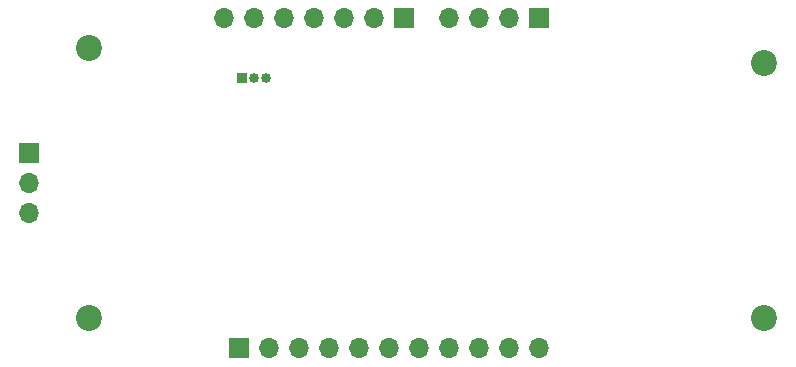
<source format=gbr>
%TF.GenerationSoftware,KiCad,Pcbnew,7.0.8*%
%TF.CreationDate,2025-03-19T21:09:53+05:30*%
%TF.ProjectId,stm32_pcb_design,73746d33-325f-4706-9362-5f6465736967,rev?*%
%TF.SameCoordinates,Original*%
%TF.FileFunction,Soldermask,Bot*%
%TF.FilePolarity,Negative*%
%FSLAX46Y46*%
G04 Gerber Fmt 4.6, Leading zero omitted, Abs format (unit mm)*
G04 Created by KiCad (PCBNEW 7.0.8) date 2025-03-19 21:09:53*
%MOMM*%
%LPD*%
G01*
G04 APERTURE LIST*
%ADD10R,1.700000X1.700000*%
%ADD11O,1.700000X1.700000*%
%ADD12C,2.200000*%
%ADD13R,0.850000X0.850000*%
%ADD14O,0.850000X0.850000*%
G04 APERTURE END LIST*
D10*
%TO.C,PORTC*%
X111760000Y-93995000D03*
D11*
X111760000Y-96535000D03*
X111760000Y-99075000D03*
%TD*%
D10*
%TO.C,PORTA*%
X129540000Y-110490000D03*
D11*
X132080000Y-110490000D03*
X134620000Y-110490000D03*
X137160000Y-110490000D03*
X139700000Y-110490000D03*
X142240000Y-110490000D03*
X144780000Y-110490000D03*
X147320000Y-110490000D03*
X149860000Y-110490000D03*
X152400000Y-110490000D03*
X154940000Y-110490000D03*
%TD*%
D12*
%TO.C,H4*%
X116840000Y-107950000D03*
%TD*%
%TO.C,H3*%
X116840000Y-85090000D03*
%TD*%
%TO.C,H2*%
X173990000Y-107950000D03*
%TD*%
%TO.C,H1*%
X173990000Y-86360000D03*
%TD*%
D10*
%TO.C,SWD*%
X154930000Y-82550000D03*
D11*
X152390000Y-82550000D03*
X149850000Y-82550000D03*
X147310000Y-82550000D03*
%TD*%
D10*
%TO.C,PORTB*%
X143510000Y-82550000D03*
D11*
X140970000Y-82550000D03*
X138430000Y-82550000D03*
X135890000Y-82550000D03*
X133350000Y-82550000D03*
X130810000Y-82550000D03*
X128270000Y-82550000D03*
%TD*%
D13*
%TO.C,SW1*%
X129810000Y-87630000D03*
D14*
X130810000Y-87630000D03*
X131810000Y-87630000D03*
%TD*%
M02*

</source>
